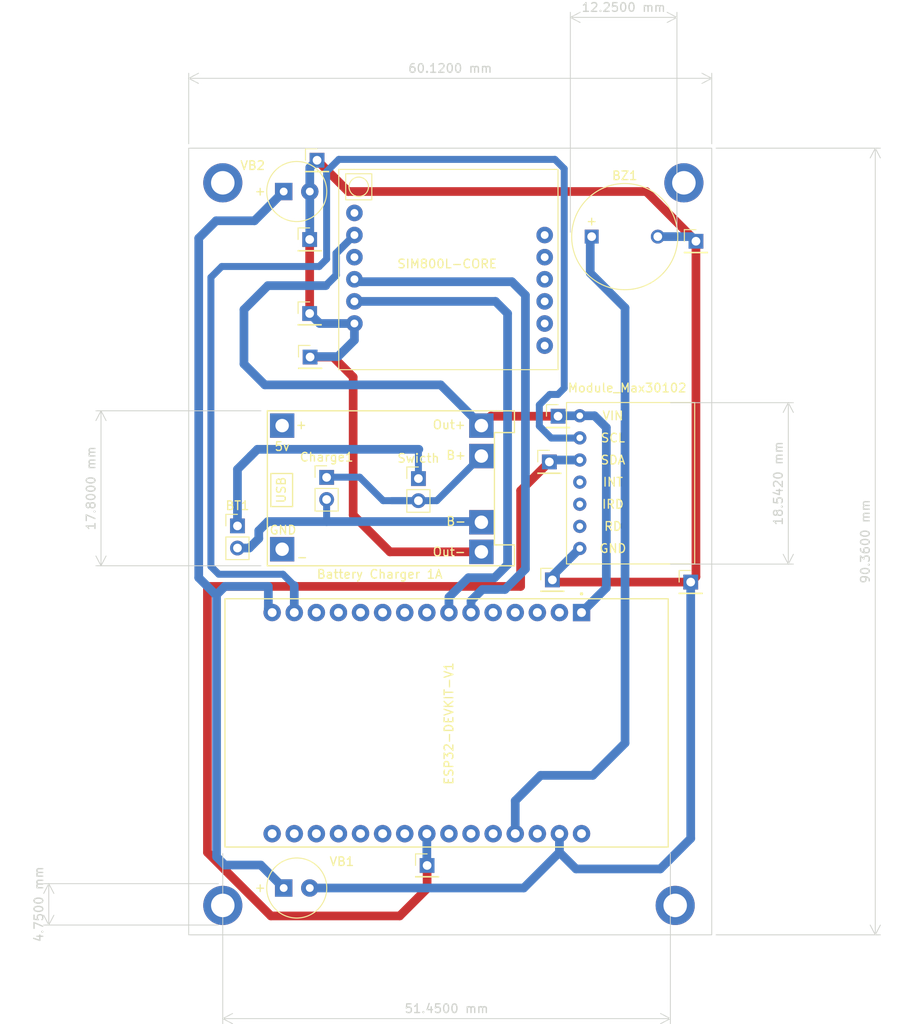
<source format=kicad_pcb>
(kicad_pcb (version 20221018) (generator pcbnew)
  (layers (0 "F.Cu" signal) (31 "B.Cu" signal) (34 "B.Paste" user) (35 "F.Paste" user) (36 "B.SilkS" user "B.Silkscreen") (37 "F.SilkS" user "F.Silkscreen") (38 "B.Mask" user) (39 "F.Mask" user) (44 "Edge.Cuts" user))
  (net 0 "")
  (net 1 "Net-(U1-3V3)")
  (net 2 "Net-(U1-RX2)")
  (net 6 "Net-(U1-TX2)")
  (net 7 "Net-(U1-D22)")
  (net 13 "Net-(BZ1--)")
  (net 15 "Net-(U1-D13)")
  (net 16 "Earth")
  (net 19 "Net-(U1-D25)")
  (net 27 "Net-(AE1-A)")
  (net 30 "Net-(BT1-+)")
  (net 31 "Net-(BT1--)")
  (net 43 "Net-(U1-D23)")
  (net 45 "Net-(Charge1-+)")
  (footprint "Connector_PinHeader_2.54mm:PinHeader_1x01_P2.54mm_Vertical" (layer "F.Cu") (at 158.65 98.25)
    (fp_text reference "REF**" hide)
    (fp_text value "PinHeader_1x01_P2.54mm_Vertical" hide)
    (fp_line (start -1.33 -1.33) (end 0 -1.33) (stroke (width 0.12)) (layer "F.SilkS"))
    (fp_line (start -1.33 0) (end -1.33 -1.33) (stroke (width 0.12)) (layer "F.SilkS"))
    (fp_line (start -1.33 1.27) (end -1.33 1.33) (stroke (width 0.12)) (layer "F.SilkS"))
    (fp_line (start -1.33 1.27) (end 1.33 1.27) (stroke (width 0.12)) (layer "F.SilkS"))
    (fp_line (start -1.33 1.33) (end 1.33 1.33) (stroke (width 0.12)) (layer "F.SilkS"))
    (fp_line (start 1.33 1.27) (end 1.33 1.33) (stroke (width 0.12)) (layer "F.SilkS"))
    (pad "1" thru_hole rect (at 0 0) (size 1.7 1.7) (drill 1) (layers "*.Cu" "*.Mask"))
  )
  (footprint "SIM800L-Core-Module-KiCad-Footprint-main:SIM800L-CORE" (layer "F.Cu") (at 135.895 56.1)
    (fp_text reference "SIM800L-CORE" (at 10.655 5.85 unlocked) (layer "F.SilkS"))
    (fp_text value "SIM800L-CORE" hide)
    (fp_line (start -1.8 10.8) (end -1.8 -5) (stroke (width 0.12)) (layer "F.SilkS"))
    (fp_line (start -1.8 10.8) (end -1.8 18) (stroke (width 0.12)) (layer "F.SilkS"))
    (fp_line (start -1.8 18) (end 0 18) (stroke (width 0.12)) (layer "F.SilkS"))
    (fp_line (start 0 -5) (end -1.8 -5) (stroke (width 0.12)) (layer "F.SilkS"))
    (fp_line (start 0 -5) (end 20 -5) (stroke (width 0.12)) (layer "F.SilkS"))
    (fp_line (start 0 18) (end 18 18) (stroke (width 0.12)) (layer "F.SilkS"))
    (fp_line (start 18 18) (end 23.4 18) (stroke (width 0.12)) (layer "F.SilkS"))
    (fp_line (start 20 -5) (end 23 -5) (stroke (width 0.12)) (layer "F.SilkS"))
    (fp_line (start 23.4 -5) (end 23 -5) (stroke (width 0.12)) (layer "F.SilkS"))
    (fp_line (start 23.4 18) (end 23.4 -5) (stroke (width 0.12)) (layer "F.SilkS"))
    (fp_rect (start -1 -4.5) (end 2 -1.5) (stroke (width 0.12)) (fill none) (layer "F.SilkS"))
    (fp_circle (center 0.5 -3) (end 1.5 -2.5) (stroke (width 0.12)) (fill none) (layer "F.SilkS"))
    (pad "1" thru_hole circle (at 0 0) (size 1.9 1.9) (drill 0.9) (layers "*.Cu" "*.Mask") (net 27 "Net-(AE1-A)"))
    (pad "2" thru_hole circle (at 0 2.54) (size 1.9 1.9) (drill 0.9) (layers "*.Cu" "*.Mask") (net 1 "Net-(U1-3V3)"))
    (pad "3" thru_hole circle (at 0 5.08) (size 1.9 1.9) (drill 0.9) (layers "*.Cu" "*.Mask"))
    (pad "4" thru_hole circle (at 0 7.62) (size 1.9 1.9) (drill 0.9) (layers "*.Cu" "*.Mask") (net 2 "Net-(U1-RX2)"))
    (pad "5" thru_hole circle (at 0 10.16) (size 1.9 1.9) (drill 0.9) (layers "*.Cu" "*.Mask") (net 6 "Net-(U1-TX2)"))
    (pad "6" thru_hole circle (at 0 12.7) (size 1.9 1.9) (drill 0.9) (layers "*.Cu" "*.Mask") (net 16 "Earth"))
    (pad "7" thru_hole circle (at 21.87 15.24) (size 1.9 1.9) (drill 0.9) (layers "*.Cu" "*.Mask"))
    (pad "8" thru_hole circle (at 21.87 12.7) (size 1.9 1.9) (drill 0.9) (layers "*.Cu" "*.Mask"))
    (pad "9" thru_hole circle (at 21.87 10.16) (size 1.9 1.9) (drill 0.9) (layers "*.Cu" "*.Mask"))
    (pad "10" thru_hole circle (at 21.87 7.62) (size 1.9 1.9) (drill 0.9) (layers "*.Cu" "*.Mask"))
    (pad "11" thru_hole circle (at 21.87 5.08) (size 1.9 1.9) (drill 0.9) (layers "*.Cu" "*.Mask"))
    (pad "12" thru_hole circle (at 21.87 2.54) (size 1.9 1.9) (drill 0.9) (layers "*.Cu" "*.Mask"))
  )
  (footprint "TP4056-18650-master:TP4056-18650" (layer "F.Cu") (at 125.8875 78.8275)
    (fp_text reference "U4" hide)
    (fp_text value "~")
    (fp_text user "Out+" (at 20.9 1.6) (layer "F.SilkS"))
    (fp_text user "5v" (at 1.7 4.1) (layer "F.SilkS"))
    (fp_text user "GND" (at 1.8 13.7) (layer "F.SilkS"))
    (fp_text user "+" (at 3.9 1.6) (layer "F.SilkS"))
    (fp_text user "B-" (at 21.7 12.7) (layer "F.SilkS"))
    (fp_text user "B+" (at 21.7 5.1) (layer "F.SilkS"))
    (fp_text user "Out-" (at 20.9 16.2) (layer "F.SilkS"))
    (fp_text user "USB" (at 1.6 9.1 90) (layer "F.SilkS"))
    (fp_text user "Battery Charger 1A" (at 12.9125 18.7725) (layer "F.SilkS"))
    (fp_text user "-" (at 4 16.8) (layer "F.SilkS"))
    (fp_line (start 0 0) (end 26.3 0) (stroke (width 0.15)) (layer "F.SilkS"))
    (fp_line (start 0 17.8) (end 0 0) (stroke (width 0.15)) (layer "F.SilkS"))
    (fp_line (start 0.4 7.2) (end 2.9 7.2) (stroke (width 0.15)) (layer "F.SilkS"))
    (fp_line (start 0.4 11) (end 0.4 7.3) (stroke (width 0.15)) (layer "F.SilkS"))
    (fp_line (start 2.9 7.2) (end 2.9 11) (stroke (width 0.15)) (layer "F.SilkS"))
    (fp_line (start 2.9 11) (end 0.4 11) (stroke (width 0.15)) (layer "F.SilkS"))
    (fp_line (start 26.1 2.5) (end 26.1 15.4) (stroke (width 0.15)) (layer "F.SilkS"))
    (fp_line (start 26.1 15.4) (end 26.4 15.4) (stroke (width 0.15)) (layer "F.SilkS"))
    (fp_line (start 26.3 0) (end 28.4 0) (stroke (width 0.15)) (layer "F.SilkS"))
    (fp_line (start 26.3 15.4) (end 28.4 15.4) (stroke (width 0.15)) (layer "F.SilkS"))
    (fp_line (start 28.4 0) (end 28.4 2.5) (stroke (width 0.15)) (layer "F.SilkS"))
    (fp_line (start 28.4 2.5) (end 26.1 2.5) (stroke (width 0.15)) (layer "F.SilkS"))
    (fp_line (start 28.4 15.4) (end 28.4 15.7) (stroke (width 0.15)) (layer "F.SilkS"))
    (fp_line (start 28.4 15.7) (end 28.4 17.8) (stroke (width 0.15)) (layer "F.SilkS"))
    (fp_line (start 28.4 17.8) (end 0 17.8) (stroke (width 0.15)) (layer "F.SilkS"))
    (pad "1" thru_hole rect (at 1.7 1.7) (size 2.8 2.8) (drill 1.54) (layers "*.Cu" "*.Mask"))
    (pad "2" thru_hole rect (at 1.7 15.9) (size 2.8 2.8) (drill 1.54) (layers "*.Cu" "*.Mask"))
    (pad "3" thru_hole rect (at 24.6 1.7) (size 2.8 2.8) (drill 1.54) (layers "*.Cu" "*.Mask") (net 1 "Net-(U1-3V3)"))
    (pad "4" thru_hole rect (at 24.6 16.2) (size 2.8 2.8) (drill 1.54) (layers "*.Cu" "*.Mask") (net 16 "Earth"))
    (pad "5" thru_hole rect (at 24.6 5.2) (size 2.8 2.8) (drill 1.54) (layers "*.Cu" "*.Mask") (net 45 "Net-(Charge1-+)"))
    (pad "6" thru_hole rect (at 24.6 12.8) (size 2.8 2.8) (drill 1.54) (layers "*.Cu" "*.Mask") (net 31 "Net-(BT1--)"))
  )
  (footprint "MountingHole:MountingHole_2.7mm_M2.5_ISO14580_Pad" (layer "F.Cu") (at 173.765 52.64)
    (fp_text reference "REF**" hide)
    (fp_text value "MountingHole_2.7mm_M2.5_ISO14580_Pad" hide)
    (pad "1" thru_hole circle (at 0 0) (size 4.5 4.5) (drill 2.7) (layers "*.Cu" "*.Mask"))
  )
  (footprint "Connector_PinHeader_2.54mm:PinHeader_1x01_P2.54mm_Vertical" (layer "F.Cu") (at 131.6 50.05)
    (fp_text reference "REF**" hide)
    (fp_text value "PinHeader_1x01_P2.54mm_Vertical" hide)
    (fp_line (start -1.33 -1.33) (end 0 -1.33) (stroke (width 0.12)) (layer "F.SilkS"))
    (fp_line (start -1.33 0) (end -1.33 -1.33) (stroke (width 0.12)) (layer "F.SilkS"))
    (fp_line (start -1.33 1.27) (end -1.33 1.33) (stroke (width 0.12)) (layer "F.SilkS"))
    (fp_line (start -1.33 1.27) (end 1.33 1.27) (stroke (width 0.12)) (layer "F.SilkS"))
    (fp_line (start -1.33 1.33) (end 1.33 1.33) (stroke (width 0.12)) (layer "F.SilkS"))
    (fp_line (start 1.33 1.27) (end 1.33 1.33) (stroke (width 0.12)) (layer "F.SilkS"))
    (pad "1" thru_hole rect (at 0 0) (size 1.7 1.7) (drill 1) (layers "*.Cu" "*.Mask"))
  )
  (footprint "Connector_PinHeader_2.54mm:PinHeader_1x02_P2.54mm_Vertical" (layer "F.Cu") (at 132.7 86.475)
    (fp_text reference "Charge1" (at 0 -2.33) (layer "F.SilkS"))
    (fp_text value "~")
    (fp_line (start -1.33 -1.33) (end 0 -1.33) (stroke (width 0.12)) (layer "F.SilkS"))
    (fp_line (start -1.33 0) (end -1.33 -1.33) (stroke (width 0.12)) (layer "F.SilkS"))
    (fp_line (start -1.33 1.27) (end -1.33 3.87) (stroke (width 0.12)) (layer "F.SilkS"))
    (fp_line (start -1.33 1.27) (end 1.33 1.27) (stroke (width 0.12)) (layer "F.SilkS"))
    (fp_line (start -1.33 3.87) (end 1.33 3.87) (stroke (width 0.12)) (layer "F.SilkS"))
    (fp_line (start 1.33 1.27) (end 1.33 3.87) (stroke (width 0.12)) (layer "F.SilkS"))
    (pad "1" thru_hole rect (at 0 0) (size 1.7 1.7) (drill 1) (layers "*.Cu" "*.Mask") (net 45 "Net-(Charge1-+)"))
    (pad "2" thru_hole oval (at 0 2.54) (size 1.7 1.7) (drill 1) (layers "*.Cu" "*.Mask") (net 31 "Net-(BT1--)"))
  )
  (footprint "MountingHole:MountingHole_2.7mm_M2.5_ISO14580_Pad" (layer "F.Cu") (at 172.765 135.64)
    (fp_text reference "REF**" hide)
    (fp_text value "MountingHole_2.7mm_M2.5_ISO14580_Pad" hide)
    (pad "1" thru_hole circle (at 0 0) (size 4.5 4.5) (drill 2.7) (layers "*.Cu" "*.Mask"))
  )
  (footprint "Connector_PinHeader_2.54mm:PinHeader_1x01_P2.54mm_Vertical" (layer "F.Cu") (at 174.55 98.5)
    (fp_text reference "REF**" hide)
    (fp_text value "PinHeader_1x01_P2.54mm_Vertical" hide)
    (fp_line (start -1.33 -1.33) (end 0 -1.33) (stroke (width 0.12)) (layer "F.SilkS"))
    (fp_line (start -1.33 0) (end -1.33 -1.33) (stroke (width 0.12)) (layer "F.SilkS"))
    (fp_line (start -1.33 1.27) (end -1.33 1.33) (stroke (width 0.12)) (layer "F.SilkS"))
    (fp_line (start -1.33 1.27) (end 1.33 1.27) (stroke (width 0.12)) (layer "F.SilkS"))
    (fp_line (start -1.33 1.33) (end 1.33 1.33) (stroke (width 0.12)) (layer "F.SilkS"))
    (fp_line (start 1.33 1.27) (end 1.33 1.33) (stroke (width 0.12)) (layer "F.SilkS"))
    (pad "1" thru_hole rect (at 0 0) (size 1.7 1.7) (drill 1) (layers "*.Cu" "*.Mask"))
  )
  (footprint "Buzzer_Beeper:MagneticBuzzer_ProSignal_ABI-010-RC" (layer "F.Cu") (at 163.165 58.82)
    (fp_text reference "BZ1" (at 3.8 -7) (layer "F.SilkS"))
    (fp_text value "Buzzer")
    (fp_text user "+" (at 0 -1.8) (layer "F.SilkS"))
    (fp_circle (center 3.8 0) (end 9.9 0) (stroke (width 0.12)) (fill none) (layer "F.SilkS"))
    (pad "1" thru_hole rect (at 0 0) (size 1.6 1.6) (drill 1) (layers "*.Cu" "*.Mask") (net 13 "Net-(BZ1--)"))
    (pad "2" thru_hole circle (at 7.6 0) (size 1.6 1.6) (drill 1) (layers "*.Cu" "*.Mask") (net 16 "Earth"))
  )
  (footprint "Connector_PinHeader_2.54mm:PinHeader_1x01_P2.54mm_Vertical" (layer "F.Cu") (at 144.25 131.05)
    (fp_text reference "REF**" hide)
    (fp_text value "PinHeader_1x01_P2.54mm_Vertical" hide)
    (fp_line (start -1.33 -1.33) (end 0 -1.33) (stroke (width 0.12)) (layer "F.SilkS"))
    (fp_line (start -1.33 0) (end -1.33 -1.33) (stroke (width 0.12)) (layer "F.SilkS"))
    (fp_line (start -1.33 1.27) (end -1.33 1.33) (stroke (width 0.12)) (layer "F.SilkS"))
    (fp_line (start -1.33 1.27) (end 1.33 1.27) (stroke (width 0.12)) (layer "F.SilkS"))
    (fp_line (start -1.33 1.33) (end 1.33 1.33) (stroke (width 0.12)) (layer "F.SilkS"))
    (fp_line (start 1.33 1.27) (end 1.33 1.33) (stroke (width 0.12)) (layer "F.SilkS"))
    (pad "1" thru_hole rect (at 0 0) (size 1.7 1.7) (drill 1) (layers "*.Cu" "*.Mask"))
  )
  (footprint "Buzzer_Beeper:MagneticBuzzer_Kobitone_254-EMB73-RO" (layer "F.Cu") (at 127.765 133.64)
    (fp_text reference "VB1" (at 6.685 -3.04) (layer "F.SilkS"))
    (fp_text value "Vibrator")
    (fp_text user "+" (at -2.7 -0.05) (layer "F.SilkS"))
    (fp_circle (center 1.5 0) (end 4.95 0) (stroke (width 0.12)) (fill none) (layer "F.SilkS"))
    (pad "1" thru_hole rect (at 0 0) (size 2 2) (drill 0.9) (layers "*.Cu" "*.Mask") (net 43 "Net-(U1-D23)"))
    (pad "2" thru_hole circle (at 3 0) (size 2 2) (drill 0.9) (layers "*.Cu" "*.Mask") (net 16 "Earth"))
  )
  (footprint "Connector_PinHeader_2.54mm:PinHeader_1x01_P2.54mm_Vertical" (layer "F.Cu") (at 158.3 84.7)
    (fp_text reference "REF**" hide)
    (fp_text value "PinHeader_1x01_P2.54mm_Vertical" hide)
    (fp_line (start -1.33 -1.33) (end 0 -1.33) (stroke (width 0.12)) (layer "F.SilkS"))
    (fp_line (start -1.33 0) (end -1.33 -1.33) (stroke (width 0.12)) (layer "F.SilkS"))
    (fp_line (start -1.33 1.27) (end -1.33 1.33) (stroke (width 0.12)) (layer "F.SilkS"))
    (fp_line (start -1.33 1.27) (end 1.33 1.27) (stroke (width 0.12)) (layer "F.SilkS"))
    (fp_line (start -1.33 1.33) (end 1.33 1.33) (stroke (width 0.12)) (layer "F.SilkS"))
    (fp_line (start 1.33 1.27) (end 1.33 1.33) (stroke (width 0.12)) (layer "F.SilkS"))
    (pad "1" thru_hole rect (at 0 0) (size 1.7 1.7) (drill 1) (layers "*.Cu" "*.Mask"))
  )
  (footprint "Connector_PinHeader_2.54mm:PinHeader_1x02_P2.54mm_Vertical" (layer "F.Cu") (at 122.45 92.05)
    (fp_text reference "BT1" (at 0 -2.33) (layer "F.SilkS"))
    (fp_text value "Battery_Cell ")
    (fp_line (start -1.33 -1.33) (end 0 -1.33) (stroke (width 0.12)) (layer "F.SilkS"))
    (fp_line (start -1.33 0) (end -1.33 -1.33) (stroke (width 0.12)) (layer "F.SilkS"))
    (fp_line (start -1.33 1.27) (end -1.33 3.87) (stroke (width 0.12)) (layer "F.SilkS"))
    (fp_line (start -1.33 1.27) (end 1.33 1.27) (stroke (width 0.12)) (layer "F.SilkS"))
    (fp_line (start -1.33 3.87) (end 1.33 3.87) (stroke (width 0.12)) (layer "F.SilkS"))
    (fp_line (start 1.33 1.27) (end 1.33 3.87) (stroke (width 0.12)) (layer "F.SilkS"))
    (pad "1" thru_hole rect (at 0 0) (size 1.7 1.7) (drill 1) (layers "*.Cu" "*.Mask") (net 30 "Net-(BT1-+)"))
    (pad "2" thru_hole oval (at 0 2.54) (size 1.7 1.7) (drill 1) (layers "*.Cu" "*.Mask") (net 31 "Net-(BT1--)"))
  )
  (footprint "Connector_PinHeader_2.54mm:PinHeader_1x01_P2.54mm_Vertical" (layer "F.Cu") (at 175.15 59.35)
    (fp_text reference "REF**" hide)
    (fp_text value "PinHeader_1x01_P2.54mm_Vertical" hide)
    (fp_line (start -1.33 -1.33) (end 0 -1.33) (stroke (width 0.12)) (layer "F.SilkS"))
    (fp_line (start -1.33 0) (end -1.33 -1.33) (stroke (width 0.12)) (layer "F.SilkS"))
    (fp_line (start -1.33 1.27) (end -1.33 1.33) (stroke (width 0.12)) (layer "F.SilkS"))
    (fp_line (start -1.33 1.27) (end 1.33 1.27) (stroke (width 0.12)) (layer "F.SilkS"))
    (fp_line (start -1.33 1.33) (end 1.33 1.33) (stroke (width 0.12)) (layer "F.SilkS"))
    (fp_line (start 1.33 1.27) (end 1.33 1.33) (stroke (width 0.12)) (layer "F.SilkS"))
    (pad "1" thru_hole rect (at 0 0) (size 1.7 1.7) (drill 1) (layers "*.Cu" "*.Mask"))
  )
  (footprint "Buzzer_Beeper:MagneticBuzzer_Kobitone_254-EMB73-RO" (layer "F.Cu") (at 127.765 53.64)
    (fp_text reference "VB2" (at -3.565 -2.99) (layer "F.SilkS"))
    (fp_text value "Vibrator")
    (fp_text user "+" (at -2.7 -0.05) (layer "F.SilkS"))
    (fp_circle (center 1.5 0) (end 4.95 0) (stroke (width 0.12)) (fill none) (layer "F.SilkS"))
    (pad "1" thru_hole rect (at 0 0) (size 2 2) (drill 0.9) (layers "*.Cu" "*.Mask") (net 43 "Net-(U1-D23)"))
    (pad "2" thru_hole circle (at 3 0) (size 2 2) (drill 0.9) (layers "*.Cu" "*.Mask") (net 16 "Earth"))
  )
  (footprint "Connector_PinHeader_2.54mm:PinHeader_1x01_P2.54mm_Vertical" (layer "F.Cu") (at 130.75 67.65)
    (fp_text reference "REF**" hide)
    (fp_text value "PinHeader_1x01_P2.54mm_Vertical" hide)
    (fp_line (start -1.33 -1.33) (end 0 -1.33) (stroke (width 0.12)) (layer "F.SilkS"))
    (fp_line (start -1.33 0) (end -1.33 -1.33) (stroke (width 0.12)) (layer "F.SilkS"))
    (fp_line (start -1.33 1.27) (end -1.33 1.33) (stroke (width 0.12)) (layer "F.SilkS"))
    (fp_line (start -1.33 1.27) (end 1.33 1.27) (stroke (width 0.12)) (layer "F.SilkS"))
    (fp_line (start -1.33 1.33) (end 1.33 1.33) (stroke (width 0.12)) (layer "F.SilkS"))
    (fp_line (start 1.33 1.27) (end 1.33 1.33) (stroke (width 0.12)) (layer "F.SilkS"))
    (pad "1" thru_hole rect (at 0 0) (size 1.7 1.7) (drill 1) (layers "*.Cu" "*.Mask"))
  )
  (footprint "Connector_PinHeader_2.54mm:PinHeader_1x01_P2.54mm_Vertical" (layer "F.Cu") (at 130.8 72.65)
    (fp_text reference "REF**" hide)
    (fp_text value "PinHeader_1x01_P2.54mm_Vertical" hide)
    (fp_line (start -1.33 -1.33) (end 0 -1.33) (stroke (width 0.12)) (layer "F.SilkS"))
    (fp_line (start -1.33 0) (end -1.33 -1.33) (stroke (width 0.12)) (layer "F.SilkS"))
    (fp_line (start -1.33 1.27) (end -1.33 1.33) (stroke (width 0.12)) (layer "F.SilkS"))
    (fp_line (start -1.33 1.27) (end 1.33 1.27) (stroke (width 0.12)) (layer "F.SilkS"))
    (fp_line (start -1.33 1.33) (end 1.33 1.33) (stroke (width 0.12)) (layer "F.SilkS"))
    (fp_line (start 1.33 1.27) (end 1.33 1.33) (stroke (width 0.12)) (layer "F.SilkS"))
    (pad "1" thru_hole rect (at 0 0) (size 1.7 1.7) (drill 1) (layers "*.Cu" "*.Mask"))
  )
  (footprint "Connector_PinHeader_2.54mm:PinHeader_1x01_P2.54mm_Vertical" (layer "F.Cu") (at 159.3 79.45)
    (fp_text reference "REF**" hide)
    (fp_text value "PinHeader_1x01_P2.54mm_Vertical" hide)
    (fp_line (start -1.33 -1.33) (end 0 -1.33) (stroke (width 0.12)) (layer "F.SilkS"))
    (fp_line (start -1.33 0) (end -1.33 -1.33) (stroke (width 0.12)) (layer "F.SilkS"))
    (fp_line (start -1.33 1.27) (end -1.33 1.33) (stroke (width 0.12)) (layer "F.SilkS"))
    (fp_line (start -1.33 1.27) (end 1.33 1.27) (stroke (width 0.12)) (layer "F.SilkS"))
    (fp_line (start -1.33 1.33) (end 1.33 1.33) (stroke (width 0.12)) (layer "F.SilkS"))
    (fp_line (start 1.33 1.27) (end 1.33 1.33) (stroke (width 0.12)) (layer "F.SilkS"))
    (pad "1" thru_hole rect (at 0 0) (size 1.7 1.7) (drill 1) (layers "*.Cu" "*.Mask") (net 1 "Net-(U1-3V3)"))
  )
  (footprint "Connector_PinHeader_2.54mm:PinHeader_1x01_P2.54mm_Vertical" (layer "F.Cu") (at 130.75 59.15)
    (fp_text reference "REF**" hide)
    (fp_text value "PinHeader_1x01_P2.54mm_Vertical" hide)
    (fp_line (start -1.33 -1.33) (end 0 -1.33) (stroke (width 0.12)) (layer "F.SilkS"))
    (fp_line (start -1.33 0) (end -1.33 -1.33) (stroke (width 0.12)) (layer "F.SilkS"))
    (fp_line (start -1.33 1.27) (end -1.33 1.33) (stroke (width 0.12)) (layer "F.SilkS"))
    (fp_line (start -1.33 1.27) (end 1.33 1.27) (stroke (width 0.12)) (layer "F.SilkS"))
    (fp_line (start -1.33 1.33) (end 1.33 1.33) (stroke (width 0.12)) (layer "F.SilkS"))
    (fp_line (start 1.33 1.27) (end 1.33 1.33) (stroke (width 0.12)) (layer "F.SilkS"))
    (pad "1" thru_hole rect (at 0 0) (size 1.7 1.7) (drill 1) (layers "*.Cu" "*.Mask"))
  )
  (footprint "Connector_PinHeader_2.54mm:PinHeader_1x02_P2.54mm_Vertical" (layer "F.Cu") (at 143.25 86.61)
    (fp_text reference "Swicth" (at 0 -2.33) (layer "F.SilkS"))
    (fp_text value "SW_DIP_x01")
    (fp_line (start -1.33 -1.33) (end 0 -1.33) (stroke (width 0.12)) (layer "F.SilkS"))
    (fp_line (start -1.33 0) (end -1.33 -1.33) (stroke (width 0.12)) (layer "F.SilkS"))
    (fp_line (start -1.33 1.27) (end -1.33 3.87) (stroke (width 0.12)) (layer "F.SilkS"))
    (fp_line (start -1.33 1.27) (end 1.33 1.27) (stroke (width 0.12)) (layer "F.SilkS"))
    (fp_line (start -1.33 3.87) (end 1.33 3.87) (stroke (width 0.12)) (layer "F.SilkS"))
    (fp_line (start 1.33 1.27) (end 1.33 3.87) (stroke (width 0.12)) (layer "F.SilkS"))
    (pad "1" thru_hole rect (at 0 0) (size 1.7 1.7) (drill 1) (layers "*.Cu" "*.Mask") (net 30 "Net-(BT1-+)"))
    (pad "2" thru_hole oval (at 0 2.54) (size 1.7 1.7) (drill 1) (layers "*.Cu" "*.Mask") (net 45 "Net-(Charge1-+)"))
  )
  (footprint "ESP32-DEVKIT-V1:MODULE_ESP32_DEVKIT_V1" (layer "F.Cu") (at 146.485 114.7 -90)
    (fp_text reference "ESP32-DEVKIT-V1" (at 0.05 -0.265 90) (layer "F.SilkS"))
    (fp_text value "ESP32-DEVKIT-V1" hide)
    (fp_line (start -14.28 -25.475) (end -3.211 -25.475) (stroke (width 0.127)) (layer "F.SilkS"))
    (fp_line (start -14.28 -25.475) (end 14.23 -25.475) (stroke (width 0.127)) (layer "F.SilkS"))
    (fp_line (start -14.28 25.475) (end -14.28 -25.475) (stroke (width 0.127)) (layer "F.SilkS"))
    (fp_line (start -14.28 25.475) (end -14.28 -25.475) (stroke (width 0.127)) (layer "F.SilkS"))
    (fp_line (start -14.28 25.475) (end -8.91 25.475) (stroke (width 0.127)) (layer "F.SilkS"))
    (fp_line (start -8.91 25.475) (end 8.78 25.475) (stroke (width 0.127)) (layer "F.SilkS"))
    (fp_line (start -3.211 -25.475) (end 3.5 -25.475) (stroke (width 0.127)) (layer "F.SilkS"))
    (fp_line (start 3.5 -25.475) (end 14.23 -25.475) (stroke (width 0.127)) (layer "F.SilkS"))
    (fp_line (start 8.78 25.475) (end 14.23 25.475) (stroke (width 0.127)) (layer "F.SilkS"))
    (fp_line (start 14.23 -25.475) (end 14.23 25.475) (stroke (width 0.127)) (layer "F.SilkS"))
    (fp_line (start 14.23 -25.475) (end 14.23 25.475) (stroke (width 0.127)) (layer "F.SilkS"))
    (fp_line (start 14.23 25.475) (end -14.28 25.475) (stroke (width 0.127)) (layer "F.SilkS"))
    (fp_circle (center -14.85 -15.515) (end -14.75 -15.515) (stroke (width 0.2)) (fill none) (layer "F.SilkS"))
    (pad "" np_thru_hole circle (at -12.28 -23.475 270) (size 3 3) (drill 3) (layers "*.Cu" "*.Mask"))
    (pad "" np_thru_hole circle (at -12.28 23.475 270) (size 3 3) (drill 3) (layers "*.Cu" "*.Mask"))
    (pad "" np_thru_hole circle (at 12.23 -23.475 270) (size 3 3) (drill 3) (layers "*.Cu" "*.Mask"))
    (pad "" np_thru_hole circle (at 12.23 23.475 270) (size 3 3) (drill 3) (layers "*.Cu" "*.Mask"))
    (pad "1" thru_hole rect (at -12.7 -15.515 270) (size 2 2) (drill 1.02) (layers "*.Cu" "*.Mask") (net 1 "Net-(U1-3V3)"))
    (pad "2" thru_hole circle (at -12.7 -12.975 270) (size 2 2) (drill 1.02) (layers "*.Cu" "*.Mask"))
    (pad "3" thru_hole circle (at -12.7 -10.435 270) (size 2 2) (drill 1.02) (layers "*.Cu" "*.Mask"))
    (pad "4" thru_hole circle (at -12.7 -7.895 270) (size 2 2) (drill 1.02) (layers "*.Cu" "*.Mask"))
    (pad "5" thru_hole circle (at -12.7 -5.355 270) (size 2 2) (drill 1.02) (layers "*.Cu" "*.Mask"))
    (pad "6" thru_hole circle (at -12.7 -2.815 270) (size 2 2) (drill 1.02) (layers "*.Cu" "*.Mask") (net 2 "Net-(U1-RX2)"))
    (pad "7" thru_hole circle (at -12.7 -0.275 270) (size 2 2) (drill 1.02) (layers "*.Cu" "*.Mask") (net 6 "Net-(U1-TX2)"))
    (pad "8" thru_hole circle (at -12.7 2.265 270) (size 2 2) (drill 1.02) (layers "*.Cu" "*.Mask"))
    (pad "9" thru_hole circle (at -12.7 4.805 270) (size 2 2) (drill 1.02) (layers "*.Cu" "*.Mask"))
    (pad "10" thru_hole circle (at -12.7 7.345 270) (size 2 2) (drill 1.02) (layers "*.Cu" "*.Mask"))
    (pad "11" thru_hole circle (at -12.7 9.885 270) (size 2 2) (drill 1.02) (layers "*.Cu" "*.Mask"))
    (pad "12" thru_hole circle (at -12.7 12.425 270) (size 2 2) (drill 1.02) (layers "*.Cu" "*.Mask"))
    (pad "13" thru_hole circle (at -12.7 14.965 270) (size 2 2) (drill 1.02) (layers "*.Cu" "*.Mask"))
    (pad "14" thru_hole circle (at -12.7 17.505 270) (size 2 2) (drill 1.02) (layers "*.Cu" "*.Mask") (net 7 "Net-(U1-D22)"))
    (pad "15" thru_hole circle (at -12.7 20.045 270) (size 2 2) (drill 1.02) (layers "*.Cu" "*.Mask") (net 43 "Net-(U1-D23)"))
    (pad "16" thru_hole circle (at 12.7 20.045 270) (size 2 2) (drill 1.02) (layers "*.Cu" "*.Mask"))
    (pad "17" thru_hole circle (at 12.7 17.505 270) (size 2 2) (drill 1.02) (layers "*.Cu" "*.Mask"))
    (pad "18" thru_hole circle (at 12.7 14.965 270) (size 2 2) (drill 1.02) (layers "*.Cu" "*.Mask"))
    (pad "19" thru_hole circle (at 12.7 12.425 270) (size 2 2) (drill 1.02) (layers "*.Cu" "*.Mask"))
    (pad "20" thru_hole circle (at 12.7 9.885 270) (size 2 2) (drill 1.02) (layers "*.Cu" "*.Mask"))
    (pad "21" thru_hole circle (at 12.7 7.345 270) (size 2 2) (drill 1.02) (layers "*.Cu" "*.Mask"))
    (pad "22" thru_hole circle (at 12.7 4.805 270) (size 2 2) (drill 1.02) (layers "*.Cu" "*.Mask"))
    (pad "23" thru_hole circle (at 12.7 2.265 270) (size 2 2) (drill 1.02) (layers "*.Cu" "*.Mask") (net 19 "Net-(U1-D25)"))
    (pad "24" thru_hole circle (at 12.7 -0.275 270) (size 2 2) (drill 1.02) (layers "*.Cu" "*.Mask"))
    (pad "25" thru_hole circle (at 12.7 -2.815 270) (size 2 2) (drill 1.02) (layers "*.Cu" "*.Mask"))
    (pad "26" thru_hole circle (at 12.7 -5.355 270) (size 2 2) (drill 1.02) (layers "*.Cu" "*.Mask"))
    (pad "27" thru_hole circle (at 12.7 -7.895 270) (size 2 2) (drill 1.02) (layers "*.Cu" "*.Mask") (net 13 "Net-(BZ1--)"))
    (pad "28" thru_hole circle (at 12.7 -10.435 270) (size 2 2) (drill 1.02) (layers "*.Cu" "*.Mask") (net 15 "Net-(U1-D13)"))
    (pad "29" thru_hole circle (at 12.7 -12.975 270) (size 2 2) (drill 1.02) (layers "*.Cu" "*.Mask") (net 16 "Earth"))
    (pad "30" thru_hole circle (at 12.7 -15.515 270) (size 2 2) (drill 1.02) (layers "*.Cu" "*.Mask"))
  )
  (footprint "usini_sensors:module_max30102" (layer "F.Cu") (at 159.26 97.18)
    (fp_text reference "Module_Max30102" (at 7.99 -20.98) (layer "F.SilkS"))
    (fp_text value "module_max30102" hide)
    (fp_text user "VIN" (at 6.35 -17.78) (layer "F.SilkS"))
    (fp_text user "INT" (at 6.35 -10.16) (layer "F.SilkS"))
    (fp_text user "IRD" (at 6.35 -7.62) (layer "F.SilkS"))
    (fp_text user "RD" (at 6.35 -5.08) (layer "F.SilkS"))
    (fp_text user "SCL" (at 6.35 -15.24) (layer "F.SilkS"))
    (fp_text user "GND" (at 6.35 -2.54) (layer "F.SilkS"))
    (fp_text user "SDA" (at 6.35 -12.7) (layer "F.SilkS"))
    (fp_line (start 1.016 -19.304) (end 15.748 -19.304) (stroke (width 0.12)) (layer "F.SilkS"))
    (fp_line (start 1.016 -0.762) (end 1.016 -19.304) (stroke (width 0.12)) (layer "F.SilkS"))
    (fp_line (start 15.748 -19.304) (end 15.748 -0.762) (stroke (width 0.12)) (layer "F.SilkS"))
    (fp_line (start 15.748 -0.762) (end 1.016 -0.762) (stroke (width 0.12)) (layer "F.SilkS"))
    (pad "1" thru_hole circle (at 2.54 -17.78) (size 1.524 1.524) (drill 0.762) (layers "*.Cu" "*.Mask") (net 1 "Net-(U1-3V3)"))
    (pad "2" thru_hole circle (at 2.54 -15.24) (size 1.524 1.524) (drill 0.762) (layers "*.Cu" "*.Mask") (net 7 "Net-(U1-D22)"))
    (pad "3" thru_hole circle (at 2.54 -12.7) (size 1.524 1.524) (drill 0.762) (layers "*.Cu" "*.Mask") (net 19 "Net-(U1-D25)"))
    (pad "4" thru_hole circle (at 2.54 -10.16) (size 1.524 1.524) (drill 0.762) (layers "*.Cu" "*.Mask"))
    (pad "5" thru_hole circle (at 2.54 -7.62) (size 1.524 1.524) (drill 0.762) (layers "*.Cu" "*.Mask"))
    (pad "6" thru_hole circle (at 2.54 -5.08) (size 1.524 1.524) (drill 0.762) (layers "*.Cu" "*.Mask"))
    (pad "7" thru_hole circle (at 2.54 -2.54) (size 1.524 1.524) (drill 0.762) (layers "*.Cu" "*.Mask") (net 16 "Earth"))
  )
  (footprint "MountingHole:MountingHole_2.7mm_M2.5_ISO14580_Pad" (layer "F.Cu") (at 120.765 135.64)
    (fp_text reference "REF**" hide)
    (fp_text value "MountingHole_2.7mm_M2.5_ISO14580_Pad" hide)
    (pad "1" thru_hole circle (at 0 0) (size 4.5 4.5) (drill 2.7) (layers "*.Cu" "*.Mask"))
  )
  (footprint "MountingHole:MountingHole_2.7mm_M2.5_ISO14580_Pad" (layer "F.Cu") (at 120.765 52.64)
    (fp_text reference "REF**" hide)
    (fp_text value "MountingHole_2.7mm_M2.5_ISO14580_Pad" hide)
    (pad "1" thru_hole circle (at 0 0) (size 4.5 4.5) (drill 2.7) (layers "*.Cu" "*.Mask"))
  )
  (gr_rect locked (start 116.845 48.66) (end 176.965 139.02) (stroke (width 0.1)) (fill none) (layer "Edge.Cuts"))
  (dimension (type aligned) (layer "Edge.Cuts") (pts (xy 116.845 48.66) (xy 176.965 48.66)) (height -8.02) (gr_text "60.1200 mm" (at 146.905 39.49) (layer "Edge.Cuts") (effects (font (size 1 1) (thickness 0.15)))) (format (prefix "") (suffix "") (units 3) (units_format 1) (precision 4)) (style (thickness 0.1) (arrow_length 1.27) (text_position_mode 0) (extension_height 0.58642) (extension_offset 0.5) keep_text_aligned))
  (dimension (type aligned) (layer "Edge.Cuts") (pts (xy 120.76 129.18) (xy 172.21 129.18)) (height 19.46) (gr_text "51.4500 mm" (at 146.485 147.49) (layer "Edge.Cuts") (effects (font (size 1 1) (thickness 0.15)))) (format (prefix "") (suffix "") (units 3) (units_format 1) (precision 4)) (style (thickness 0.1) (arrow_length 1.27) (text_position_mode 0) (extension_height 0.58642) (extension_offset 0.5) keep_text_aligned))
  (dimension (type aligned) (layer "Edge.Cuts") (pts (xy 160.715 58.82) (xy 172.965 58.82)) (height -25.18) (gr_text "12.2500 mm" (at 166.84 32.49) (layer "Edge.Cuts") (effects (font (size 1 1) (thickness 0.15)))) (format (prefix "") (suffix "") (units 3) (units_format 1) (precision 4)) (style (thickness 0.1) (arrow_length 1.27) (text_position_mode 0) (extension_height 0.58642) (extension_offset 0.5) keep_text_aligned))
  (dimension (type aligned) (layer "Edge.Cuts") (pts (xy 125.6525 78.8275) (xy 125.6525 96.6275)) (height 18.8875) (gr_text "17.8000 mm" (at 105.615 87.7275 90) (layer "Edge.Cuts") (effects (font (size 1 1) (thickness 0.15)))) (format (prefix "") (suffix "") (units 3) (units_format 1) (precision 4)) (style (thickness 0.1) (arrow_length 1.27) (text_position_mode 0) (extension_height 0.58642) (extension_offset 0.5) keep_text_aligned))
  (dimension (type aligned) (layer "Edge.Cuts") (pts (xy 120.765 133.14) (xy 120.765 137.89)) (height 20) (gr_text "4.7500 mm" (at 99.615 135.515 90) (layer "Edge.Cuts") (effects (font (size 1 1) (thickness 0.15)))) (format (prefix "") (suffix "") (units 3) (units_format 1) (precision 4)) (style (thickness 0.1) (arrow_length 1.27) (text_position_mode 0) (extension_height 0.58642) (extension_offset 0.5) keep_text_aligned))
  (dimension (type aligned) (layer "Edge.Cuts") (pts (xy 171.734 77.893) (xy 171.734 96.435)) (height -14.031) (gr_text "18.5420 mm" (at 184.615 87.164 90) (layer "Edge.Cuts") (effects (font (size 1 1) (thickness 0.15)))) (format (prefix "") (suffix "") (units 3) (units_format 1) (precision 4)) (style (thickness 0.1) (arrow_length 1.27) (text_position_mode 0) (extension_height 0.58642) (extension_offset 0.5) keep_text_aligned))
  (dimension (type aligned) (layer "Edge.Cuts") (pts (xy 176.965 139.02) (xy 176.965 48.66)) (height 18.8) (gr_text "90.3600 mm" (at 194.615 93.84 90) (layer "Edge.Cuts") (effects (font (size 1 1) (thickness 0.15)))) (format (prefix "") (suffix "") (units 3) (units_format 1) (precision 4)) (style (thickness 0.1) (arrow_length 1.27) (text_position_mode 0) (extension_height 0.58642) (extension_offset 0.5) keep_text_aligned))
  (segment (start 151.598 79.417) (end 150.4875 80.5275) (width 1) (layer "F.Cu") (net 1))
  (segment (start 135.955 58.7) (end 135.895 58.64) (width 1) (layer "F.Cu") (net 1))
  (segment (start 151.565 79.45) (end 159.3 79.45) (width 1) (layer "F.Cu") (net 1))
  (segment (start 150.4875 80.5275) (end 150.5 80.515) (width 1) (layer "F.Cu") (net 1))
  (segment (start 150.4875 80.5275) (end 151.565 79.45) (width 1) (layer "F.Cu") (net 1))
  (segment (start 159.35 79.4) (end 159.3 79.45) (width 1) (layer "B.Cu") (net 1))
  (segment (start 164.85 80.75) (end 163.5 79.4) (width 1) (layer "B.Cu") (net 1))
  (segment (start 132.6 64.45) (end 133.8 63.25) (width 0.85) (layer "B.Cu") (net 1))
  (segment (start 164.85 99.15) (end 164.85 80.75) (width 1) (layer "B.Cu") (net 1))
  (segment (start 150.4875 80.5275) (end 145.81 75.85) (width 1) (layer "B.Cu") (net 1))
  (segment (start 125.95 64.45) (end 132.6 64.45) (width 1) (layer "B.Cu") (net 1))
  (segment (start 145.81 75.85) (end 125.6 75.85) (width 1) (layer "B.Cu") (net 1))
  (segment (start 133.8 60.735) (end 135.895 58.64) (width 0.85) (layer "B.Cu") (net 1))
  (segment (start 161.8 79.4) (end 159.35 79.4) (width 1) (layer "B.Cu") (net 1))
  (segment (start 123.2 73.45) (end 123.2 67.2) (width 1) (layer "B.Cu") (net 1))
  (segment (start 162 102) (end 164 100) (width 1) (layer "B.Cu") (net 1))
  (segment (start 125.6 75.85) (end 123.2 73.45) (width 1) (layer "B.Cu") (net 1))
  (segment (start 123.2 67.2) (end 125.95 64.45) (width 1) (layer "B.Cu") (net 1))
  (segment (start 163.5 79.4) (end 161.8 79.4) (width 1) (layer "B.Cu") (net 1))
  (segment (start 162 102) (end 164.85 99.15) (width 1) (layer "B.Cu") (net 1))
  (segment (start 133.8 63.25) (end 133.8 60.735) (width 0.85) (layer "B.Cu") (net 1))
  (segment (start 150.6 99.35) (end 153.2 99.35) (width 1) (layer "B.Cu") (net 2))
  (segment (start 155.55 65.55) (end 154 64) (width 1) (layer "B.Cu") (net 2))
  (segment (start 154 64) (end 136.175 64) (width 1) (layer "B.Cu") (net 2))
  (segment (start 149.3 100.65) (end 150.6 99.35) (width 1) (layer "B.Cu") (net 2))
  (segment (start 153.2 99.35) (end 155.55 97) (width 1) (layer "B.Cu") (net 2))
  (segment (start 149.3 102) (end 149.3 100.65) (width 1) (layer "B.Cu") (net 2))
  (segment (start 155.55 97) (end 155.55 65.55) (width 1) (layer "B.Cu") (net 2))
  (segment (start 136.175 64) (end 135.895 63.72) (width 1) (layer "B.Cu") (net 2))
  (segment (start 153.5 67.65) (end 153.5 96.5) (width 1) (layer "B.Cu") (net 6))
  (segment (start 135.895 66.26) (end 152.11 66.26) (width 1) (layer "B.Cu") (net 6))
  (segment (start 146.76 102) (end 146.76 100.24) (width 1) (layer "B.Cu") (net 6))
  (segment (start 149 98) (end 152 98) (width 1) (layer "B.Cu") (net 6))
  (segment (start 146.76 100.24) (end 149 98) (width 1) (layer "B.Cu") (net 6))
  (segment (start 153.5 96.5) (end 152 98) (width 1) (layer "B.Cu") (net 6))
  (segment (start 152.11 66.26) (end 153.5 67.65) (width 1) (layer "B.Cu") (net 6))
  (segment (start 128.98 102) (end 128.98 98.9) (width 1) (layer "B.Cu") (net 7))
  (segment (start 158.94 49.95) (end 160.01 51.02) (width 0.8) (layer "B.Cu") (net 7))
  (segment (start 161.783 81.957) (end 161.8 81.94) (width 0.8) (layer "B.Cu") (net 7))
  (segment (start 157.15 80.581) (end 158.526 81.957) (width 0.8) (layer "B.Cu") (net 7))
  (segment (start 160.01 51.02) (end 160.01 76.22) (width 0.8) (layer "B.Cu") (net 7))
  (segment (start 157.15 78.15) (end 157.15 80.581) (width 0.8) (layer "B.Cu") (net 7))
  (segment (start 119.4 96.7) (end 119.4 63.5) (width 0.8) (layer "B.Cu") (net 7))
  (segment (start 120.3 97.6) (end 119.4 96.7) (width 0.8) (layer "B.Cu") (net 7))
  (segment (start 159.28 76.95) (end 158.35 76.95) (width 0.8) (layer "B.Cu") (net 7))
  (segment (start 158.35 76.95) (end 157.15 78.15) (width 0.8) (layer "B.Cu") (net 7))
  (segment (start 127.68 97.6) (end 120.3 97.6) (width 0.8) (layer "B.Cu") (net 7))
  (segment (start 160.01 76.22) (end 159.28 76.95) (width 0.8) (layer "B.Cu") (net 7))
  (segment (start 132.7 61.4) (end 132.7 51.35) (width 0.8) (layer "B.Cu") (net 7))
  (segment (start 131.85 62.25) (end 132.7 61.4) (width 0.8) (layer "B.Cu") (net 7))
  (segment (start 132.7 51.35) (end 134.1 49.95) (width 0.8) (layer "B.Cu") (net 7))
  (segment (start 158.526 81.957) (end 161.783 81.957) (width 0.8) (layer "B.Cu") (net 7))
  (segment (start 119.4 63.5) (end 120.65 62.25) (width 0.8) (layer "B.Cu") (net 7))
  (segment (start 134.1 49.95) (end 158.94 49.95) (width 0.8) (layer "B.Cu") (net 7))
  (segment (start 128.98 98.9) (end 127.68 97.6) (width 0.8) (layer "B.Cu") (net 7))
  (segment (start 120.65 62.25) (end 131.85 62.25) (width 0.8) (layer "B.Cu") (net 7))
  (segment (start 163.3 120.7) (end 167 117) (width 1) (layer "B.Cu") (net 13))
  (segment (start 154.38 123.62) (end 157.3 120.7) (width 1) (layer "B.Cu") (net 13))
  (segment (start 163 63) (end 163 58.985) (width 1) (layer "B.Cu") (net 13))
  (segment (start 167 67) (end 163 63) (width 1) (layer "B.Cu") (net 13))
  (segment (start 157.3 120.7) (end 163.3 120.7) (width 1) (layer "B.Cu") (net 13))
  (segment (start 163 58.985) (end 163.165 58.82) (width 1) (layer "B.Cu") (net 13))
  (segment (start 167 117) (end 167 67) (width 1) (layer "B.Cu") (net 13))
  (segment (start 154.38 127.4) (end 154.38 123.62) (width 1) (layer "B.Cu") (net 13))
  (segment (start 169.44 53.64) (end 175.15 59.35) (width 1) (layer "F.Cu") (net 16))
  (segment (start 130.8 72.65) (end 133.45 72.65) (width 1) (layer "F.Cu") (net 16))
  (segment (start 130.75 59.15) (end 130.75 67.65) (width 1) (layer "F.Cu") (net 16))
  (segment (start 150.4875 95.0275) (end 139.9775 95.0275) (width 1) (layer "F.Cu") (net 16))
  (segment (start 174.55 98.5) (end 158.9 98.5) (width 1) (layer "F.Cu") (net 16))
  (segment (start 131.6 50.05) (end 135.19 53.64) (width 1) (layer "F.Cu") (net 16))
  (segment (start 135.75 90.8) (end 135.75 74.95) (width 1) (layer "F.Cu") (net 16))
  (segment (start 135.19 53.64) (end 169.44 53.64) (width 1) (layer "F.Cu") (net 16))
  (segment (start 139.9775 95.0275) (end 135.75 90.8) (width 1) (layer "F.Cu") (net 16))
  (segment (start 175.15 97.9) (end 174.55 98.5) (width 1) (layer "F.Cu") (net 16))
  (segment (start 158.9 98.5) (end 158.65 98.25) (width 1) (layer "F.Cu") (net 16))
  (segment (start 175.15 59.35) (end 175.15 97.9) (width 1) (layer "F.Cu") (net 16))
  (segment (start 135.75 68.945) (end 135.895 68.8) (width 1) (layer "F.Cu") (net 16))
  (segment (start 133.45 72.65) (end 135.75 74.95) (width 1) (layer "F.Cu") (net 16))
  (segment (start 155.36 133.64) (end 159.46 129.54) (width 1) (layer "B.Cu") (net 16))
  (segment (start 135.895 70.705) (end 134 72.6) (width 1) (layer "B.Cu") (net 16))
  (segment (start 159.46 129.54) (end 161.37 131.45) (width 1) (layer "B.Cu") (net 16))
  (segment (start 130.765 50.885) (end 131.6 50.05) (width 1) (layer "B.Cu") (net 16))
  (segment (start 170.765 58.82) (end 174.62 58.82) (width 1) (layer "B.Cu") (net 16))
  (segment (start 158.65 97.79) (end 161.8 94.64) (width 1) (layer "B.Cu") (net 16))
  (segment (start 159.46 129.54) (end 159.46 127.4) (width 1) (layer "B.Cu") (net 16))
  (segment (start 134 72.6) (end 130.85 72.6) (width 1) (layer "B.Cu") (net 16))
  (segment (start 130.75 67.65) (end 131.9 68.8) (width 1) (layer "B.Cu") (net 16))
  (segment (start 135.895 68.8) (end 135.895 70.705) (width 1) (layer "B.Cu") (net 16))
  (segment (start 158.65 98.25) (end 158.65 97.79) (width 1) (layer "B.Cu") (net 16))
  (segment (start 131.9 68.8) (end 135.895 68.8) (width 1) (layer "B.Cu") (net 16))
  (segment (start 130.765 133.64) (end 155.36 133.64) (width 1) (layer "B.Cu") (net 16))
  (segment (start 161.37 131.45) (end 171.05 131.45) (width 1) (layer "B.Cu") (net 16))
  (segment (start 130.85 72.6) (end 130.8 72.65) (width 1) (layer "B.Cu") (net 16))
  (segment (start 174.62 58.82) (end 175.15 59.35) (width 1) (layer "B.Cu") (net 16))
  (segment (start 130.765 53.64) (end 130.765 50.885) (width 1) (layer "B.Cu") (net 16))
  (segment (start 174.55 127.95) (end 174.55 98.5) (width 1) (layer "B.Cu") (net 16))
  (segment (start 130.765 53.64) (end 130.765 59.135) (width 1) (layer "B.Cu") (net 16))
  (segment (start 171.05 131.45) (end 174.55 127.95) (width 1) (layer "B.Cu") (net 16))
  (segment (start 130.765 59.135) (end 130.75 59.15) (width 1) (layer "B.Cu") (net 16))
  (segment (start 158.3 84.7) (end 155 88) (width 1) (layer "F.Cu") (net 19))
  (segment (start 155 88) (end 155 99) (width 1) (layer "F.Cu") (net 19))
  (segment (start 126.3 136.85) (end 141.1 136.85) (width 1) (layer "F.Cu") (net 19))
  (segment (start 119 99) (end 119 129.55) (width 1) (layer "F.Cu") (net 19))
  (segment (start 155 99) (end 119 99) (width 1) (layer "F.Cu") (net 19))
  (segment (start 119 129.55) (end 126.3 136.85) (width 1) (layer "F.Cu") (net 19))
  (segment (start 141.1 136.85) (end 144.25 133.7) (width 1) (layer "F.Cu") (net 19))
  (segment (start 144.25 133.7) (end 144.25 131.05) (width 1) (layer "F.Cu") (net 19))
  (segment (start 144.22 127.4) (end 144.22 131.02) (width 1) (layer "B.Cu") (net 19))
  (segment (start 161.8 84.48) (end 158.52 84.48) (width 1) (layer "B.Cu") (net 19))
  (segment (start 158.52 84.48) (end 158.3 84.7) (width 1) (layer "B.Cu") (net 19))
  (segment (start 144.22 131.02) (end 144.25 131.05) (width 1) (layer "B.Cu") (net 19))
  (segment (start 124.75 83.25) (end 143.3 83.25) (width 1) (layer "B.Cu") (net 30))
  (segment (start 143.25 86.61) (end 143.25 83.3) (width 0.8) (layer "B.Cu") (net 30))
  (segment (start 143.25 83.3) (end 143.3 83.25) (width 0.8) (layer "B.Cu") (net 30))
  (segment (start 122.45 92.05) (end 122.45 85.55) (width 1) (layer "B.Cu") (net 30))
  (segment (start 122.45 85.55) (end 124 84) (width 1) (layer "B.Cu") (net 30))
  (segment (start 124 84) (end 124.75 83.25) (width 1) (layer "B.Cu") (net 30))
  (segment (start 123.81 94.59) (end 124.9 93.5) (width 1) (layer "B.Cu") (net 31))
  (segment (start 124.9 93.5) (end 124.9 92.6) (width 1) (layer "B.Cu") (net 31))
  (segment (start 132.7 91.55) (end 150.41 91.55) (width 1) (layer "B.Cu") (net 31))
  (segment (start 132.7 89.015) (end 132.7 91.55) (width 0.8) (layer "B.Cu") (net 31))
  (segment (start 122.45 94.59) (end 123.81 94.59) (width 1) (layer "B.Cu") (net 31))
  (segment (start 124.9 92.6) (end 125.95 91.55) (width 1) (layer "B.Cu") (net 31))
  (segment (start 150.41 91.55) (end 150.4875 91.6275) (width 1) (layer "B.Cu") (net 31))
  (segment (start 125.95 91.55) (end 132.7 91.55) (width 1) (layer "B.Cu") (net 31))
  (segment (start 127.765 133.64) (end 125.125 131) (width 1) (layer "B.Cu") (net 43))
  (segment (start 120 57) (end 124.405 57) (width 1) (layer "B.Cu") (net 43))
  (segment (start 125.125 131) (end 121 131) (width 1) (layer "B.Cu") (net 43))
  (segment (start 118 98) (end 118 59) (width 1) (layer "B.Cu") (net 43))
  (segment (start 124.405 57) (end 127.765 53.64) (width 1) (layer "B.Cu") (net 43))
  (segment (start 126 101.56) (end 126.44 102) (width 1) (layer "B.Cu") (net 43))
  (segment (start 120.05 130.05) (end 120.05 100.05) (width 1) (layer "B.Cu") (net 43))
  (segment (start 121 131) (end 120.05 130.05) (width 1) (layer "B.Cu") (net 43))
  (segment (start 118 59) (end 120 57) (width 1) (layer "B.Cu") (net 43))
  (segment (start 121 99) (end 126 99) (width 1) (layer "B.Cu") (net 43))
  (segment (start 120 100) (end 121 99) (width 1) (layer "B.Cu") (net 43))
  (segment (start 120 100) (end 118 98) (width 1) (layer "B.Cu") (net 43))
  (segment (start 120.05 100.05) (end 120 100) (width 1) (layer "B.Cu") (net 43))
  (segment (start 126 99) (end 126 101.56) (width 1) (layer "B.Cu") (net 43))
  (segment (start 145.365 89.15) (end 150.4875 84.0275) (width 0.8) (layer "B.Cu") (net 45))
  (segment (start 136.5 86.45) (end 132.725 86.45) (width 0.8) (layer "B.Cu") (net 45))
  (segment (start 132.725 86.45) (end 132.7 86.475) (width 0.8) (layer "B.Cu") (net 45))
  (segment (start 132.725 86.45) (end 132.7 86.475) (width 0.8) (layer "B.Cu") (net 45))
  (segment (start 139.2 89.15) (end 136.5 86.45) (width 0.8) (layer "B.Cu") (net 45))
  (segment (start 143.25 89.15) (end 145.365 89.15) (width 0.8) (layer "B.Cu") (net 45))
  (segment (start 143.25 89.15) (end 139.2 89.15) (width 0.8) (layer "B.Cu") (net 45))
  (segment (start 143.25 89.15) (end 140.15 89.15) (width 0.8) (layer "B.Cu") (net 45))
)
</source>
